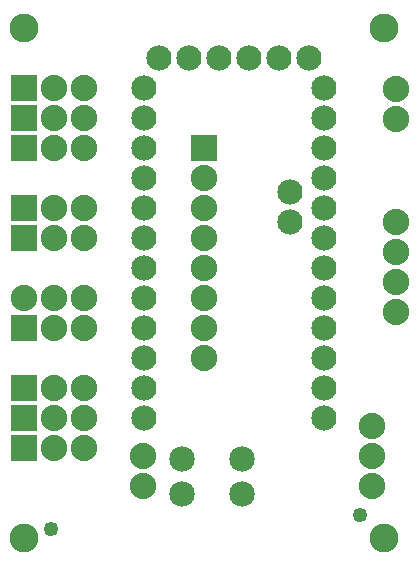
<source format=gbs>
G04 MADE WITH FRITZING*
G04 WWW.FRITZING.ORG*
G04 DOUBLE SIDED*
G04 HOLES PLATED*
G04 CONTOUR ON CENTER OF CONTOUR VECTOR*
%ASAXBY*%
%FSLAX23Y23*%
%MOIN*%
%OFA0B0*%
%SFA1.0B1.0*%
%ADD10C,0.084000*%
%ADD11C,0.088000*%
%ADD12C,0.085000*%
%ADD13C,0.096614*%
%ADD14C,0.049370*%
%ADD15R,0.088000X0.088000*%
%ADD16C,0.030000*%
%LNMASK0*%
G90*
G70*
G54D10*
X1081Y1696D03*
X981Y1696D03*
X881Y1696D03*
X781Y1696D03*
X681Y1696D03*
X581Y1696D03*
X1131Y1596D03*
X1131Y1496D03*
X1131Y1396D03*
X1131Y1296D03*
X1131Y1196D03*
X1016Y1251D03*
X1016Y1151D03*
X1131Y1096D03*
X1131Y996D03*
X1131Y896D03*
X1131Y796D03*
X1131Y696D03*
X1131Y596D03*
X1131Y496D03*
X531Y496D03*
X531Y596D03*
X531Y696D03*
X531Y796D03*
X531Y896D03*
X531Y996D03*
X531Y1096D03*
X531Y1196D03*
X531Y1296D03*
X531Y1396D03*
X531Y1496D03*
X531Y1596D03*
G54D11*
X131Y396D03*
X231Y396D03*
X331Y396D03*
X131Y496D03*
X231Y496D03*
X331Y496D03*
X131Y796D03*
X231Y796D03*
X331Y796D03*
X131Y896D03*
X231Y896D03*
X331Y896D03*
X131Y1096D03*
X231Y1096D03*
X331Y1096D03*
X131Y1496D03*
X231Y1496D03*
X331Y1496D03*
X131Y1396D03*
X231Y1396D03*
X331Y1396D03*
X131Y1596D03*
X231Y1596D03*
X331Y1596D03*
X131Y596D03*
X231Y596D03*
X331Y596D03*
X131Y1196D03*
X231Y1196D03*
X331Y1196D03*
G54D12*
X857Y361D03*
X657Y361D03*
X857Y243D03*
X657Y243D03*
G54D11*
X1368Y1592D03*
X1368Y1492D03*
X1371Y849D03*
X1371Y949D03*
X1371Y1049D03*
X1371Y1149D03*
X527Y368D03*
X527Y268D03*
X1291Y470D03*
X1291Y370D03*
X1291Y270D03*
G54D13*
X131Y1796D03*
X131Y96D03*
X1331Y1796D03*
X1331Y96D03*
G54D11*
X731Y1396D03*
X731Y1296D03*
X731Y1196D03*
X731Y1096D03*
X731Y996D03*
X731Y896D03*
X731Y796D03*
X731Y696D03*
G54D14*
X218Y125D03*
X1250Y173D03*
G54D15*
X131Y396D03*
X131Y496D03*
X131Y796D03*
X131Y1096D03*
X131Y1496D03*
X131Y1396D03*
X131Y1596D03*
X131Y596D03*
X131Y1196D03*
X731Y1396D03*
G54D16*
G36*
X102Y925D02*
X160Y925D01*
X160Y867D01*
X102Y867D01*
X102Y925D01*
G37*
D02*
G04 End of Mask0*
M02*
</source>
